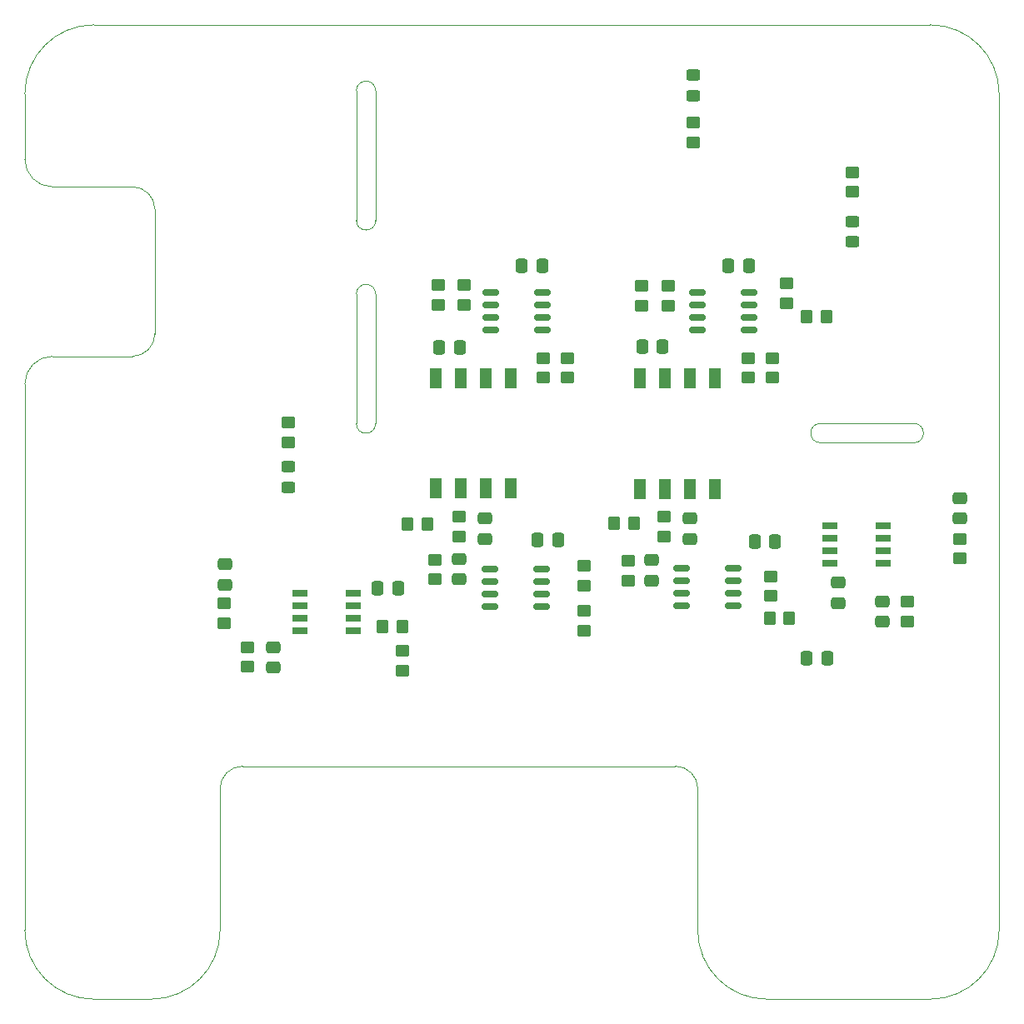
<source format=gtp>
G04 #@! TF.GenerationSoftware,KiCad,Pcbnew,7.0.7+dfsg-1*
G04 #@! TF.CreationDate,2024-09-08T18:24:33+02:00*
G04 #@! TF.ProjectId,evo-cube-sensor,65766f2d-6375-4626-952d-73656e736f72,rev?*
G04 #@! TF.SameCoordinates,Original*
G04 #@! TF.FileFunction,Paste,Top*
G04 #@! TF.FilePolarity,Positive*
%FSLAX46Y46*%
G04 Gerber Fmt 4.6, Leading zero omitted, Abs format (unit mm)*
G04 Created by KiCad (PCBNEW 7.0.7+dfsg-1) date 2024-09-08 18:24:33*
%MOMM*%
%LPD*%
G01*
G04 APERTURE LIST*
G04 Aperture macros list*
%AMRoundRect*
0 Rectangle with rounded corners*
0 $1 Rounding radius*
0 $2 $3 $4 $5 $6 $7 $8 $9 X,Y pos of 4 corners*
0 Add a 4 corners polygon primitive as box body*
4,1,4,$2,$3,$4,$5,$6,$7,$8,$9,$2,$3,0*
0 Add four circle primitives for the rounded corners*
1,1,$1+$1,$2,$3*
1,1,$1+$1,$4,$5*
1,1,$1+$1,$6,$7*
1,1,$1+$1,$8,$9*
0 Add four rect primitives between the rounded corners*
20,1,$1+$1,$2,$3,$4,$5,0*
20,1,$1+$1,$4,$5,$6,$7,0*
20,1,$1+$1,$6,$7,$8,$9,0*
20,1,$1+$1,$8,$9,$2,$3,0*%
G04 Aperture macros list end*
%ADD10RoundRect,0.150000X-0.675000X-0.150000X0.675000X-0.150000X0.675000X0.150000X-0.675000X0.150000X0*%
%ADD11RoundRect,0.250000X-0.475000X0.337500X-0.475000X-0.337500X0.475000X-0.337500X0.475000X0.337500X0*%
%ADD12RoundRect,0.250000X0.450000X-0.350000X0.450000X0.350000X-0.450000X0.350000X-0.450000X-0.350000X0*%
%ADD13RoundRect,0.250000X0.337500X0.475000X-0.337500X0.475000X-0.337500X-0.475000X0.337500X-0.475000X0*%
%ADD14RoundRect,0.250000X0.475000X-0.337500X0.475000X0.337500X-0.475000X0.337500X-0.475000X-0.337500X0*%
%ADD15RoundRect,0.250000X-0.450000X0.350000X-0.450000X-0.350000X0.450000X-0.350000X0.450000X0.350000X0*%
%ADD16RoundRect,0.250000X-0.337500X-0.475000X0.337500X-0.475000X0.337500X0.475000X-0.337500X0.475000X0*%
%ADD17RoundRect,0.250000X0.350000X0.450000X-0.350000X0.450000X-0.350000X-0.450000X0.350000X-0.450000X0*%
%ADD18R,1.300000X2.050000*%
%ADD19RoundRect,0.250000X-0.350000X-0.450000X0.350000X-0.450000X0.350000X0.450000X-0.350000X0.450000X0*%
%ADD20RoundRect,0.250000X0.450000X-0.325000X0.450000X0.325000X-0.450000X0.325000X-0.450000X-0.325000X0*%
%ADD21RoundRect,0.250000X-0.450000X0.325000X-0.450000X-0.325000X0.450000X-0.325000X0.450000X0.325000X0*%
%ADD22R,1.528000X0.650000*%
G04 #@! TA.AperFunction,Profile*
%ADD23C,0.100000*%
G04 #@! TD*
G04 APERTURE END LIST*
D10*
X100426875Y-87777675D03*
X100426875Y-89047675D03*
X100426875Y-90317675D03*
X100426875Y-91587675D03*
X105676875Y-91587675D03*
X105676875Y-90317675D03*
X105676875Y-89047675D03*
X105676875Y-87777675D03*
D11*
X116306600Y-89255600D03*
X116306600Y-91330600D03*
D12*
X99060000Y-61096400D03*
X99060000Y-59096400D03*
D13*
X107234900Y-57073800D03*
X105159900Y-57073800D03*
D14*
X101244400Y-84802800D03*
X101244400Y-82727800D03*
D15*
X94996000Y-87028600D03*
X94996000Y-89028600D03*
D16*
X85750400Y-84886800D03*
X87825400Y-84886800D03*
D12*
X111099600Y-60867800D03*
X111099600Y-58867800D03*
D17*
X72018400Y-93700600D03*
X70018400Y-93700600D03*
X113112800Y-62255400D03*
X115112800Y-62255400D03*
D18*
X75387200Y-79691400D03*
X77927200Y-79691400D03*
X80467200Y-79691400D03*
X83007200Y-79691400D03*
X83007200Y-68441400D03*
X80467200Y-68441400D03*
X77927200Y-68441400D03*
X75387200Y-68441400D03*
D10*
X101988800Y-59791600D03*
X101988800Y-61061600D03*
X101988800Y-62331600D03*
X101988800Y-63601600D03*
X107238800Y-63601600D03*
X107238800Y-62331600D03*
X107238800Y-61061600D03*
X107238800Y-59791600D03*
D12*
X88773000Y-68437000D03*
X88773000Y-66437000D03*
D15*
X90449400Y-92109800D03*
X90449400Y-94109800D03*
X96342200Y-59096400D03*
X96342200Y-61096400D03*
D12*
X60401200Y-74999600D03*
X60401200Y-72999600D03*
X56265350Y-97808800D03*
X56265350Y-95808800D03*
D15*
X90449400Y-87528400D03*
X90449400Y-89528400D03*
D16*
X113114000Y-96926400D03*
X115189000Y-96926400D03*
D15*
X128655900Y-84782750D03*
X128655900Y-86782750D03*
D12*
X86309200Y-68437000D03*
X86309200Y-66437000D03*
D19*
X109356400Y-92903800D03*
X111356400Y-92903800D03*
D15*
X75692000Y-59020200D03*
X75692000Y-61020200D03*
D12*
X117729000Y-49539400D03*
X117729000Y-47539400D03*
D13*
X86229100Y-57073800D03*
X84154100Y-57073800D03*
D15*
X77800200Y-82550000D03*
X77800200Y-84550000D03*
D13*
X77872500Y-65354200D03*
X75797500Y-65354200D03*
X98475800Y-65252600D03*
X96400800Y-65252600D03*
D15*
X101600000Y-42500800D03*
X101600000Y-44500800D03*
D18*
X96189800Y-79716800D03*
X98729800Y-79716800D03*
X101269800Y-79716800D03*
X103809800Y-79716800D03*
X103809800Y-68466800D03*
X101269800Y-68466800D03*
X98729800Y-68466800D03*
X96189800Y-68466800D03*
D17*
X74574400Y-83261200D03*
X72574400Y-83261200D03*
D16*
X69519800Y-89789000D03*
X71594800Y-89789000D03*
D14*
X97332800Y-89044600D03*
X97332800Y-86969600D03*
X80441800Y-84802800D03*
X80441800Y-82727800D03*
D12*
X107188000Y-68437000D03*
X107188000Y-66437000D03*
D15*
X72059800Y-96164400D03*
X72059800Y-98164400D03*
D11*
X120777000Y-91160600D03*
X120777000Y-93235600D03*
D17*
X95538800Y-83210400D03*
X93538800Y-83210400D03*
D12*
X78257400Y-61020200D03*
X78257400Y-59020200D03*
D10*
X80915600Y-87858600D03*
X80915600Y-89128600D03*
X80915600Y-90398600D03*
X80915600Y-91668600D03*
X86165600Y-91668600D03*
X86165600Y-90398600D03*
X86165600Y-89128600D03*
X86165600Y-87858600D03*
D20*
X60426600Y-79545400D03*
X60426600Y-77495400D03*
D13*
X109898000Y-85115400D03*
X107823000Y-85115400D03*
D21*
X101574600Y-37693600D03*
X101574600Y-39743600D03*
D20*
X117729000Y-54635400D03*
X117729000Y-52585400D03*
D22*
X61645800Y-90366600D03*
X61645800Y-91636600D03*
X61645800Y-92906600D03*
X61645800Y-94176600D03*
X67067800Y-94176600D03*
X67067800Y-92906600D03*
X67067800Y-91636600D03*
X67067800Y-90366600D03*
D11*
X58906950Y-95808800D03*
X58906950Y-97883800D03*
D15*
X75311000Y-86925400D03*
X75311000Y-88925400D03*
D12*
X123342400Y-93192600D03*
X123342400Y-91192600D03*
X109432600Y-90611200D03*
X109432600Y-88611200D03*
D15*
X98653600Y-82556600D03*
X98653600Y-84556600D03*
D14*
X77749400Y-88917600D03*
X77749400Y-86842600D03*
D11*
X53975000Y-87379900D03*
X53975000Y-89454900D03*
D10*
X80991800Y-59791600D03*
X80991800Y-61061600D03*
X80991800Y-62331600D03*
X80991800Y-63601600D03*
X86241800Y-63601600D03*
X86241800Y-62331600D03*
X86241800Y-61061600D03*
X86241800Y-59791600D03*
D11*
X128681300Y-80650350D03*
X128681300Y-82725350D03*
D22*
X120909700Y-87276850D03*
X120909700Y-86006850D03*
X120909700Y-84736850D03*
X120909700Y-83466850D03*
X115487700Y-83466850D03*
X115487700Y-84736850D03*
X115487700Y-86006850D03*
X115487700Y-87276850D03*
D15*
X53949600Y-91363800D03*
X53949600Y-93363800D03*
D12*
X109651800Y-68421000D03*
X109651800Y-66421000D03*
D23*
X114503200Y-73075800D02*
X124002800Y-73075800D01*
X125664200Y-131569200D02*
G75*
G03*
X132664200Y-124569200I0J7000000D01*
G01*
X46500453Y-131569203D02*
G75*
G03*
X53500453Y-124569200I-3J7000003D01*
G01*
X33670200Y-46233544D02*
X33664200Y-39569200D01*
X33664200Y-124569200D02*
G75*
G03*
X40664200Y-131569200I7000000J0D01*
G01*
X67348843Y-73089243D02*
G75*
G03*
X69303157Y-73089243I977157J0D01*
G01*
X55786453Y-107899153D02*
G75*
G03*
X53500453Y-110185200I47J-2286047D01*
G01*
X125664200Y-32569200D02*
X40664200Y-32569200D01*
X99756200Y-107899200D02*
X55786453Y-107899200D01*
X102042200Y-110185200D02*
G75*
G03*
X99756200Y-107899200I-2286000J0D01*
G01*
X46878200Y-51313544D02*
X46878200Y-63957200D01*
X53500453Y-110185200D02*
X53500453Y-124569200D01*
X46878156Y-51313544D02*
G75*
G03*
X44592200Y-49027544I-2285956J44D01*
G01*
X69303157Y-59918600D02*
G75*
G03*
X67348843Y-59918600I-977157J0D01*
G01*
X44592200Y-66243200D02*
X36464200Y-66243200D01*
X44592200Y-66243200D02*
G75*
G03*
X46878200Y-63957200I0J2286000D01*
G01*
X44592200Y-49027544D02*
X36464200Y-49027544D01*
X102042200Y-110185200D02*
X102042200Y-124569200D01*
X36464200Y-66243200D02*
G75*
G03*
X33670200Y-69037200I0J-2794000D01*
G01*
X114503200Y-73075886D02*
G75*
G03*
X114503200Y-75030114I0J-977114D01*
G01*
X109042200Y-131569200D02*
X125664200Y-131569200D01*
X124002800Y-75030114D02*
X114503200Y-75030114D01*
X67348843Y-73089243D02*
X67348843Y-59918600D01*
X67348843Y-52439043D02*
G75*
G03*
X69303157Y-52439043I977157J0D01*
G01*
X69303157Y-39268400D02*
X69303157Y-52439043D01*
X33670200Y-69037200D02*
X33670200Y-124569200D01*
X124002800Y-75030200D02*
G75*
G03*
X124002800Y-73075800I0J977200D01*
G01*
X40664200Y-32569200D02*
G75*
G03*
X33664200Y-39569200I0J-7000000D01*
G01*
X67348843Y-39268400D02*
X67348843Y-52439043D01*
X69303157Y-59918600D02*
X69303157Y-73089243D01*
X132664200Y-39569200D02*
G75*
G03*
X125664200Y-32569200I-7000000J0D01*
G01*
X33670156Y-46233544D02*
G75*
G03*
X36464200Y-49027544I2794044J44D01*
G01*
X69303157Y-39268400D02*
G75*
G03*
X67348843Y-39268400I-977157J0D01*
G01*
X40664200Y-131569200D02*
X46500453Y-131569200D01*
X102042200Y-124569200D02*
G75*
G03*
X109042200Y-131569200I7000000J0D01*
G01*
X132664200Y-124569200D02*
X132664200Y-39569200D01*
M02*

</source>
